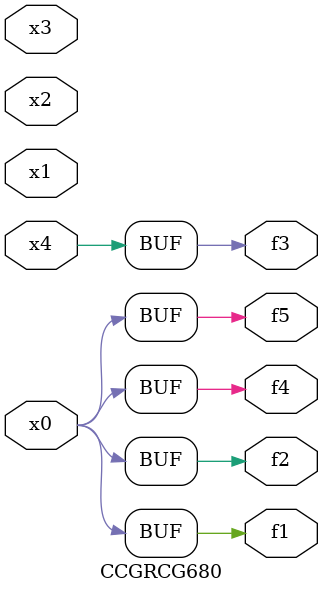
<source format=v>
module CCGRCG680(
	input x0, x1, x2, x3, x4,
	output f1, f2, f3, f4, f5
);
	assign f1 = x0;
	assign f2 = x0;
	assign f3 = x4;
	assign f4 = x0;
	assign f5 = x0;
endmodule

</source>
